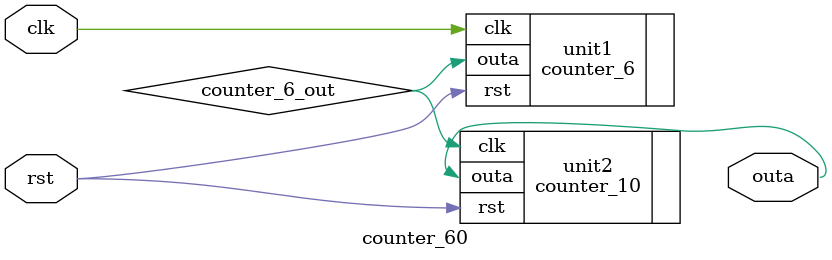
<source format=v>
module counter_60(
    input wire clk,
    input wire rst,
    output wire outa
);
    wire counter_6_out;
    counter_6 unit1(.clk(clk), .rst(rst), .outa(counter_6_out));
    counter_10 unit2(.clk(counter_6_out), .rst(rst), .outa(outa));
endmodule 
</source>
